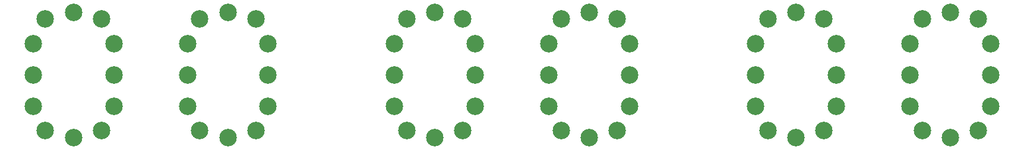
<source format=gbr>
G04 #@! TF.GenerationSoftware,KiCad,Pcbnew,(5.1.0-0)*
G04 #@! TF.CreationDate,2019-05-10T01:12:34-05:00*
G04 #@! TF.ProjectId,IN-12,494e2d31-322e-46b6-9963-61645f706362,rev?*
G04 #@! TF.SameCoordinates,Original*
G04 #@! TF.FileFunction,Paste,Top*
G04 #@! TF.FilePolarity,Positive*
%FSLAX46Y46*%
G04 Gerber Fmt 4.6, Leading zero omitted, Abs format (unit mm)*
G04 Created by KiCad (PCBNEW (5.1.0-0)) date 2019-05-10 01:12:34*
%MOMM*%
%LPD*%
G04 APERTURE LIST*
%ADD10C,2.500000*%
G04 APERTURE END LIST*
D10*
X86242400Y-105313820D03*
X90240360Y-104313060D03*
X91990420Y-96314600D03*
X91990420Y-91816260D03*
X90240360Y-88316140D03*
X86242400Y-87315380D03*
X82244440Y-88316140D03*
X80494380Y-91816260D03*
X80494380Y-96314600D03*
X80494380Y-100812940D03*
X82244440Y-104313060D03*
X91990420Y-100812940D03*
X108242400Y-105313820D03*
X112240360Y-104313060D03*
X113990420Y-96314600D03*
X113990420Y-91816260D03*
X112240360Y-88316140D03*
X108242400Y-87315380D03*
X104244440Y-88316140D03*
X102494380Y-91816260D03*
X102494380Y-96314600D03*
X102494380Y-100812940D03*
X104244440Y-104313060D03*
X113990420Y-100812940D03*
X137742400Y-105313820D03*
X141740360Y-104313060D03*
X143490420Y-96314600D03*
X143490420Y-91816260D03*
X141740360Y-88316140D03*
X137742400Y-87315380D03*
X133744440Y-88316140D03*
X131994380Y-91816260D03*
X131994380Y-96314600D03*
X131994380Y-100812940D03*
X133744440Y-104313060D03*
X143490420Y-100812940D03*
X159742400Y-105313820D03*
X163740360Y-104313060D03*
X165490420Y-96314600D03*
X165490420Y-91816260D03*
X163740360Y-88316140D03*
X159742400Y-87315380D03*
X155744440Y-88316140D03*
X153994380Y-91816260D03*
X153994380Y-96314600D03*
X153994380Y-100812940D03*
X155744440Y-104313060D03*
X165490420Y-100812940D03*
X189242400Y-105313820D03*
X193240360Y-104313060D03*
X194990420Y-96314600D03*
X194990420Y-91816260D03*
X193240360Y-88316140D03*
X189242400Y-87315380D03*
X185244440Y-88316140D03*
X183494380Y-91816260D03*
X183494380Y-96314600D03*
X183494380Y-100812940D03*
X185244440Y-104313060D03*
X194990420Y-100812940D03*
X211242400Y-105313820D03*
X215240360Y-104313060D03*
X216990420Y-96314600D03*
X216990420Y-91816260D03*
X215240360Y-88316140D03*
X211242400Y-87315380D03*
X207244440Y-88316140D03*
X205494380Y-91816260D03*
X205494380Y-96314600D03*
X205494380Y-100812940D03*
X207244440Y-104313060D03*
X216990420Y-100812940D03*
M02*

</source>
